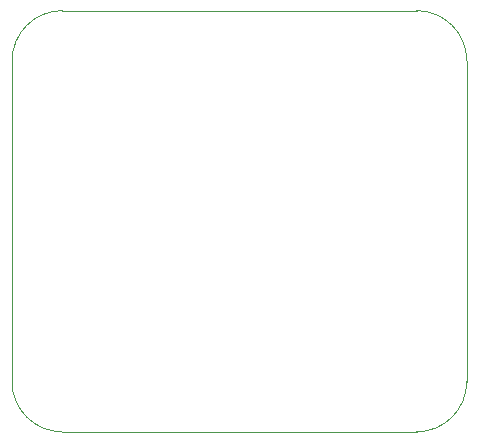
<source format=gbr>
%TF.GenerationSoftware,KiCad,Pcbnew,7.0.8*%
%TF.CreationDate,2024-02-15T00:03:28-06:00*%
%TF.ProjectId,Receiver_KiCad,52656365-6976-4657-925f-4b694361642e,rev?*%
%TF.SameCoordinates,Original*%
%TF.FileFunction,Profile,NP*%
%FSLAX46Y46*%
G04 Gerber Fmt 4.6, Leading zero omitted, Abs format (unit mm)*
G04 Created by KiCad (PCBNEW 7.0.8) date 2024-02-15 00:03:28*
%MOMM*%
%LPD*%
G01*
G04 APERTURE LIST*
%TA.AperFunction,Profile*%
%ADD10C,0.100000*%
%TD*%
G04 APERTURE END LIST*
D10*
X179249999Y-148480001D02*
G75*
G03*
X183506301Y-144223699I1J4256301D01*
G01*
X183510000Y-117070000D02*
X183506301Y-144223699D01*
X179249999Y-148480000D02*
X149256301Y-148476301D01*
X183510001Y-117070000D02*
G75*
G03*
X179253699Y-112813699I-4256301J0D01*
G01*
X145000000Y-144220000D02*
X145003699Y-117070000D01*
X144999999Y-144220000D02*
G75*
G03*
X149256301Y-148476301I4256301J0D01*
G01*
X149260000Y-112813699D02*
X179253699Y-112813699D01*
X149260000Y-112813699D02*
G75*
G03*
X145003699Y-117070000I0J-4256301D01*
G01*
M02*

</source>
